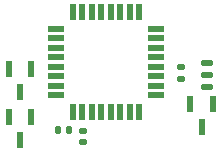
<source format=gbr>
%TF.GenerationSoftware,KiCad,Pcbnew,8.0.1*%
%TF.CreationDate,2024-07-23T23:42:04-04:00*%
%TF.ProjectId,PartyTorch-PCB,50617274-7954-46f7-9263-682d5043422e,rev?*%
%TF.SameCoordinates,Original*%
%TF.FileFunction,Paste,Bot*%
%TF.FilePolarity,Positive*%
%FSLAX46Y46*%
G04 Gerber Fmt 4.6, Leading zero omitted, Abs format (unit mm)*
G04 Created by KiCad (PCBNEW 8.0.1) date 2024-07-23 23:42:04*
%MOMM*%
%LPD*%
G01*
G04 APERTURE LIST*
G04 Aperture macros list*
%AMRoundRect*
0 Rectangle with rounded corners*
0 $1 Rounding radius*
0 $2 $3 $4 $5 $6 $7 $8 $9 X,Y pos of 4 corners*
0 Add a 4 corners polygon primitive as box body*
4,1,4,$2,$3,$4,$5,$6,$7,$8,$9,$2,$3,0*
0 Add four circle primitives for the rounded corners*
1,1,$1+$1,$2,$3*
1,1,$1+$1,$4,$5*
1,1,$1+$1,$6,$7*
1,1,$1+$1,$8,$9*
0 Add four rect primitives between the rounded corners*
20,1,$1+$1,$2,$3,$4,$5,0*
20,1,$1+$1,$4,$5,$6,$7,0*
20,1,$1+$1,$6,$7,$8,$9,0*
20,1,$1+$1,$8,$9,$2,$3,0*%
G04 Aperture macros list end*
%ADD10R,0.558800X1.422400*%
%ADD11RoundRect,0.125000X-0.375000X-0.125000X0.375000X-0.125000X0.375000X0.125000X-0.375000X0.125000X0*%
%ADD12RoundRect,0.140000X-0.170000X0.140000X-0.170000X-0.140000X0.170000X-0.140000X0.170000X0.140000X0*%
%ADD13RoundRect,0.140000X0.140000X0.170000X-0.140000X0.170000X-0.140000X-0.170000X0.140000X-0.170000X0*%
%ADD14RoundRect,0.135000X-0.185000X0.135000X-0.185000X-0.135000X0.185000X-0.135000X0.185000X0.135000X0*%
%ADD15R,0.500800X1.461200*%
%ADD16R,1.461200X0.500800*%
G04 APERTURE END LIST*
D10*
%TO.C,U3*%
X117365000Y-109690000D03*
X119270000Y-109690000D03*
X118317500Y-111620399D03*
%TD*%
D11*
%TO.C,U6*%
X134125001Y-105120000D03*
X134125001Y-106120000D03*
X134125000Y-107120000D03*
%TD*%
D12*
%TO.C,C1*%
X123650000Y-110870000D03*
X123650000Y-111830000D03*
%TD*%
D13*
%TO.C,C2*%
X122470000Y-110760000D03*
X121510000Y-110760000D03*
%TD*%
D10*
%TO.C,U4*%
X117365000Y-105640000D03*
X119270000Y-105640000D03*
X118317500Y-107570399D03*
%TD*%
%TO.C,U5*%
X132755000Y-108560000D03*
X134660000Y-108560000D03*
X133707500Y-110490399D03*
%TD*%
D14*
%TO.C,R1*%
X131990000Y-105460001D03*
X131990000Y-106479999D03*
%TD*%
D15*
%TO.C,U2*%
X128410000Y-109269998D03*
X127610002Y-109269998D03*
X126810001Y-109269998D03*
X126010000Y-109269998D03*
X125210002Y-109269998D03*
X124410001Y-109269998D03*
X123610002Y-109269998D03*
X122810002Y-109269998D03*
D16*
X121360002Y-107819998D03*
X121360002Y-107020000D03*
X121360002Y-106219999D03*
X121360002Y-105419998D03*
X121360002Y-104620000D03*
X121360002Y-103819999D03*
X121360002Y-103020000D03*
X121360002Y-102220000D03*
D15*
X122810002Y-100770000D03*
X123610000Y-100770000D03*
X124410001Y-100770000D03*
X125210002Y-100770000D03*
X126010000Y-100770000D03*
X126810001Y-100770000D03*
X127610000Y-100770000D03*
X128410000Y-100770000D03*
D16*
X129860000Y-102220000D03*
X129860000Y-103019998D03*
X129860000Y-103819999D03*
X129860000Y-104620000D03*
X129860000Y-105419998D03*
X129860000Y-106219999D03*
X129860000Y-107019998D03*
X129860000Y-107819998D03*
%TD*%
M02*

</source>
